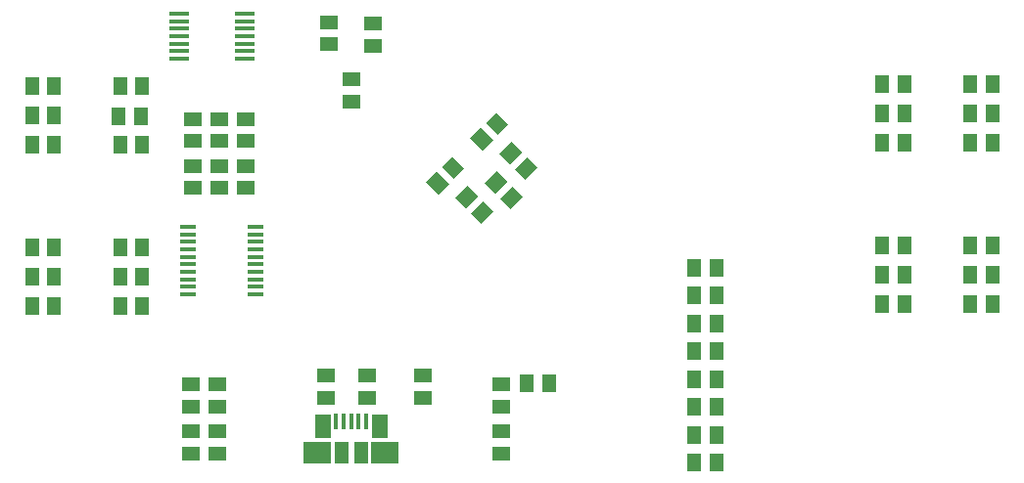
<source format=gbr>
G04 EAGLE Gerber RS-274X export*
G75*
%MOMM*%
%FSLAX34Y34*%
%LPD*%
%INSolderpaste Bottom*%
%IPPOS*%
%AMOC8*
5,1,8,0,0,1.08239X$1,22.5*%
G01*
%ADD10R,1.500000X1.300000*%
%ADD11R,1.473200X0.355600*%
%ADD12R,1.300000X1.500000*%
%ADD13R,1.676400X0.355600*%
%ADD14R,2.375000X1.900000*%
%ADD15R,1.175000X1.900000*%
%ADD16R,1.475000X2.100000*%
%ADD17R,0.450000X1.380000*%


D10*
X298450Y379120D03*
X298450Y398120D03*
X317500Y329590D03*
X317500Y348590D03*
X336550Y396850D03*
X336550Y377850D03*
X180340Y314300D03*
X180340Y295300D03*
X180340Y254660D03*
X180340Y273660D03*
X203200Y314300D03*
X203200Y295300D03*
X203200Y254660D03*
X203200Y273660D03*
X226060Y314300D03*
X226060Y295300D03*
X226060Y254660D03*
X226060Y273660D03*
D11*
X176530Y162520D03*
X176530Y169020D03*
X176530Y175520D03*
X176530Y182020D03*
X176530Y188520D03*
X176530Y195020D03*
X176530Y201520D03*
X176530Y208020D03*
X176530Y214520D03*
X176530Y221020D03*
X234950Y221020D03*
X234950Y214520D03*
X234950Y208020D03*
X234950Y201520D03*
X234950Y195020D03*
X234950Y188520D03*
X234950Y182020D03*
X234950Y175520D03*
X234950Y169020D03*
X234950Y162520D03*
D12*
G36*
X454856Y274949D02*
X445664Y284141D01*
X456270Y294747D01*
X465462Y285555D01*
X454856Y274949D01*
G37*
G36*
X468291Y261513D02*
X459099Y270705D01*
X469705Y281311D01*
X478897Y272119D01*
X468291Y261513D01*
G37*
G36*
X433699Y310955D02*
X442891Y320147D01*
X453497Y309541D01*
X444305Y300349D01*
X433699Y310955D01*
G37*
G36*
X420264Y297519D02*
X429456Y306711D01*
X440062Y296105D01*
X430870Y286913D01*
X420264Y297519D01*
G37*
G36*
X395599Y272855D02*
X404791Y282047D01*
X415397Y271441D01*
X406205Y262249D01*
X395599Y272855D01*
G37*
G36*
X382164Y259419D02*
X391356Y268611D01*
X401962Y258005D01*
X392770Y248813D01*
X382164Y259419D01*
G37*
G36*
X416756Y236849D02*
X407564Y246041D01*
X418170Y256647D01*
X427362Y247455D01*
X416756Y236849D01*
G37*
G36*
X430191Y223413D02*
X420999Y232605D01*
X431605Y243211D01*
X440797Y234019D01*
X430191Y223413D01*
G37*
G36*
X442156Y249549D02*
X432964Y258741D01*
X443570Y269347D01*
X452762Y260155D01*
X442156Y249549D01*
G37*
G36*
X455591Y236113D02*
X446399Y245305D01*
X457005Y255911D01*
X466197Y246719D01*
X455591Y236113D01*
G37*
X633070Y185420D03*
X614070Y185420D03*
X633070Y161290D03*
X614070Y161290D03*
X633070Y137160D03*
X614070Y137160D03*
X633070Y113030D03*
X614070Y113030D03*
X633070Y88900D03*
X614070Y88900D03*
X633070Y64770D03*
X614070Y64770D03*
X633070Y40640D03*
X614070Y40640D03*
X633070Y16510D03*
X614070Y16510D03*
D13*
X168656Y366580D03*
X168656Y373080D03*
X168656Y379580D03*
X168656Y386080D03*
X168656Y392580D03*
X168656Y399080D03*
X168656Y405580D03*
X225044Y405580D03*
X225044Y399080D03*
X225044Y392580D03*
X225044Y386080D03*
X225044Y379580D03*
X225044Y373080D03*
X225044Y366580D03*
D12*
X60300Y317500D03*
X41300Y317500D03*
X60300Y342900D03*
X41300Y342900D03*
X135230Y316230D03*
X116230Y316230D03*
X136500Y342900D03*
X117500Y342900D03*
X60300Y177800D03*
X41300Y177800D03*
X60300Y203200D03*
X41300Y203200D03*
X136500Y177800D03*
X117500Y177800D03*
X136500Y203200D03*
X117500Y203200D03*
X852830Y318770D03*
X871830Y318770D03*
X852830Y344170D03*
X871830Y344170D03*
X776630Y318770D03*
X795630Y318770D03*
X776630Y344170D03*
X795630Y344170D03*
X852830Y179070D03*
X871830Y179070D03*
X852830Y204470D03*
X871830Y204470D03*
X776630Y179070D03*
X795630Y179070D03*
X776630Y204470D03*
X795630Y204470D03*
D10*
X295910Y73050D03*
X295910Y92050D03*
X447040Y84430D03*
X447040Y65430D03*
X447040Y24790D03*
X447040Y43790D03*
D14*
X346625Y25400D03*
D15*
X325875Y25400D03*
D14*
X288375Y25400D03*
D15*
X309125Y25400D03*
D16*
X342125Y48400D03*
D17*
X317500Y52000D03*
X324000Y52000D03*
X311000Y52000D03*
X330500Y52000D03*
X304500Y52000D03*
D16*
X292875Y48400D03*
D10*
X379730Y73050D03*
X379730Y92050D03*
X331470Y73050D03*
X331470Y92050D03*
X179070Y24790D03*
X179070Y43790D03*
X179070Y84430D03*
X179070Y65430D03*
X201930Y24790D03*
X201930Y43790D03*
X201930Y84430D03*
X201930Y65430D03*
D12*
X60300Y292100D03*
X41300Y292100D03*
X136500Y292100D03*
X117500Y292100D03*
X60300Y152400D03*
X41300Y152400D03*
X136500Y152400D03*
X117500Y152400D03*
X852830Y293370D03*
X871830Y293370D03*
X776630Y293370D03*
X795630Y293370D03*
X852830Y153670D03*
X871830Y153670D03*
X776630Y153670D03*
X795630Y153670D03*
X488290Y85090D03*
X469290Y85090D03*
M02*

</source>
